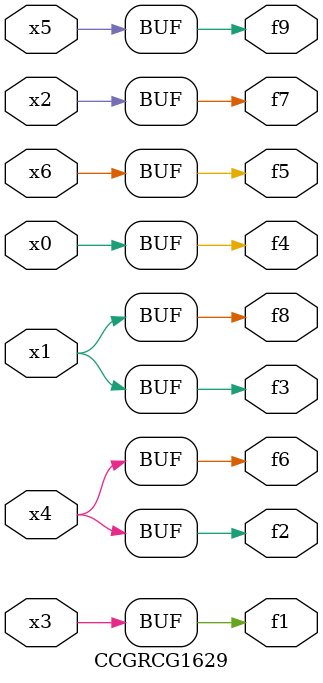
<source format=v>
module CCGRCG1629(
	input x0, x1, x2, x3, x4, x5, x6,
	output f1, f2, f3, f4, f5, f6, f7, f8, f9
);
	assign f1 = x3;
	assign f2 = x4;
	assign f3 = x1;
	assign f4 = x0;
	assign f5 = x6;
	assign f6 = x4;
	assign f7 = x2;
	assign f8 = x1;
	assign f9 = x5;
endmodule

</source>
